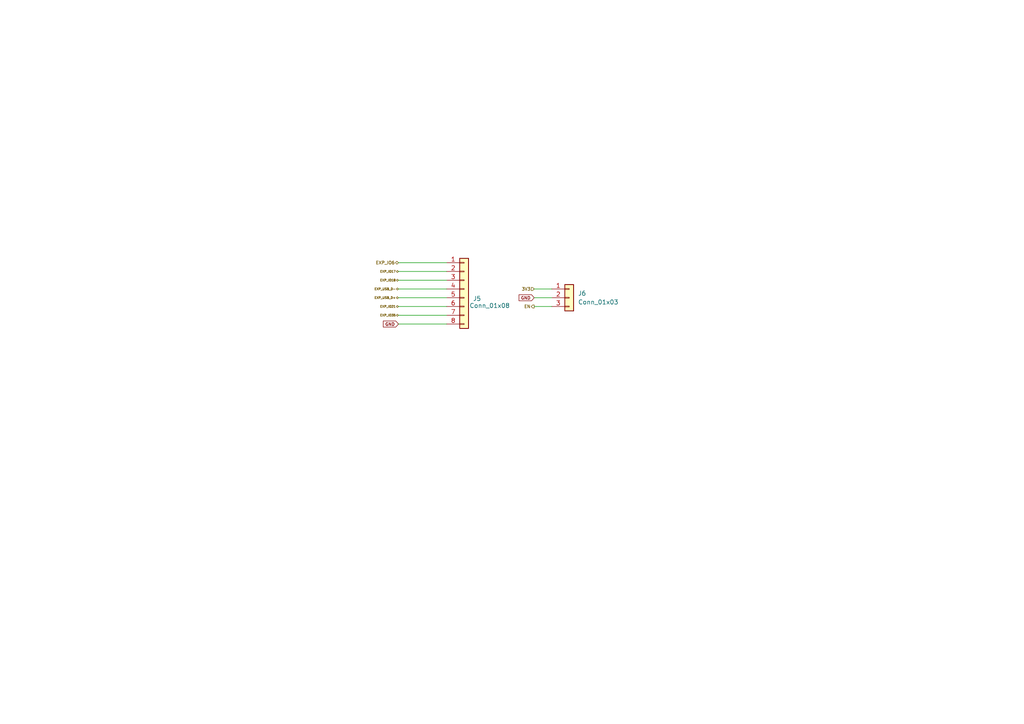
<source format=kicad_sch>
(kicad_sch
	(version 20250114)
	(generator "eeschema")
	(generator_version "9.0")
	(uuid "f61a3200-c54a-4e92-909d-9e48334055fc")
	(paper "A4")
	(lib_symbols
		(symbol "Connector_Generic:Conn_01x03"
			(pin_names
				(offset 1.016)
				(hide yes)
			)
			(exclude_from_sim no)
			(in_bom yes)
			(on_board yes)
			(property "Reference" "J"
				(at 0 5.08 0)
				(effects
					(font
						(size 1.27 1.27)
					)
				)
			)
			(property "Value" "Conn_01x03"
				(at 0 -5.08 0)
				(effects
					(font
						(size 1.27 1.27)
					)
				)
			)
			(property "Footprint" ""
				(at 0 0 0)
				(effects
					(font
						(size 1.27 1.27)
					)
					(hide yes)
				)
			)
			(property "Datasheet" "~"
				(at 0 0 0)
				(effects
					(font
						(size 1.27 1.27)
					)
					(hide yes)
				)
			)
			(property "Description" "Generic connector, single row, 01x03, script generated (kicad-library-utils/schlib/autogen/connector/)"
				(at 0 0 0)
				(effects
					(font
						(size 1.27 1.27)
					)
					(hide yes)
				)
			)
			(property "ki_keywords" "connector"
				(at 0 0 0)
				(effects
					(font
						(size 1.27 1.27)
					)
					(hide yes)
				)
			)
			(property "ki_fp_filters" "Connector*:*_1x??_*"
				(at 0 0 0)
				(effects
					(font
						(size 1.27 1.27)
					)
					(hide yes)
				)
			)
			(symbol "Conn_01x03_1_1"
				(rectangle
					(start -1.27 3.81)
					(end 1.27 -3.81)
					(stroke
						(width 0.254)
						(type default)
					)
					(fill
						(type background)
					)
				)
				(rectangle
					(start -1.27 2.667)
					(end 0 2.413)
					(stroke
						(width 0.1524)
						(type default)
					)
					(fill
						(type none)
					)
				)
				(rectangle
					(start -1.27 0.127)
					(end 0 -0.127)
					(stroke
						(width 0.1524)
						(type default)
					)
					(fill
						(type none)
					)
				)
				(rectangle
					(start -1.27 -2.413)
					(end 0 -2.667)
					(stroke
						(width 0.1524)
						(type default)
					)
					(fill
						(type none)
					)
				)
				(pin passive line
					(at -5.08 2.54 0)
					(length 3.81)
					(name "Pin_1"
						(effects
							(font
								(size 1.27 1.27)
							)
						)
					)
					(number "1"
						(effects
							(font
								(size 1.27 1.27)
							)
						)
					)
				)
				(pin passive line
					(at -5.08 0 0)
					(length 3.81)
					(name "Pin_2"
						(effects
							(font
								(size 1.27 1.27)
							)
						)
					)
					(number "2"
						(effects
							(font
								(size 1.27 1.27)
							)
						)
					)
				)
				(pin passive line
					(at -5.08 -2.54 0)
					(length 3.81)
					(name "Pin_3"
						(effects
							(font
								(size 1.27 1.27)
							)
						)
					)
					(number "3"
						(effects
							(font
								(size 1.27 1.27)
							)
						)
					)
				)
			)
			(embedded_fonts no)
		)
		(symbol "Connector_Generic:Conn_01x08"
			(pin_names
				(offset 1.016)
				(hide yes)
			)
			(exclude_from_sim no)
			(in_bom yes)
			(on_board yes)
			(property "Reference" "J"
				(at 0 10.16 0)
				(effects
					(font
						(size 1.27 1.27)
					)
				)
			)
			(property "Value" "Conn_01x08"
				(at 0 -12.7 0)
				(effects
					(font
						(size 1.27 1.27)
					)
				)
			)
			(property "Footprint" ""
				(at 0 0 0)
				(effects
					(font
						(size 1.27 1.27)
					)
					(hide yes)
				)
			)
			(property "Datasheet" "~"
				(at 0 0 0)
				(effects
					(font
						(size 1.27 1.27)
					)
					(hide yes)
				)
			)
			(property "Description" "Generic connector, single row, 01x08, script generated (kicad-library-utils/schlib/autogen/connector/)"
				(at 0 0 0)
				(effects
					(font
						(size 1.27 1.27)
					)
					(hide yes)
				)
			)
			(property "ki_keywords" "connector"
				(at 0 0 0)
				(effects
					(font
						(size 1.27 1.27)
					)
					(hide yes)
				)
			)
			(property "ki_fp_filters" "Connector*:*_1x??_*"
				(at 0 0 0)
				(effects
					(font
						(size 1.27 1.27)
					)
					(hide yes)
				)
			)
			(symbol "Conn_01x08_1_1"
				(rectangle
					(start -1.27 8.89)
					(end 1.27 -11.43)
					(stroke
						(width 0.254)
						(type default)
					)
					(fill
						(type background)
					)
				)
				(rectangle
					(start -1.27 7.747)
					(end 0 7.493)
					(stroke
						(width 0.1524)
						(type default)
					)
					(fill
						(type none)
					)
				)
				(rectangle
					(start -1.27 5.207)
					(end 0 4.953)
					(stroke
						(width 0.1524)
						(type default)
					)
					(fill
						(type none)
					)
				)
				(rectangle
					(start -1.27 2.667)
					(end 0 2.413)
					(stroke
						(width 0.1524)
						(type default)
					)
					(fill
						(type none)
					)
				)
				(rectangle
					(start -1.27 0.127)
					(end 0 -0.127)
					(stroke
						(width 0.1524)
						(type default)
					)
					(fill
						(type none)
					)
				)
				(rectangle
					(start -1.27 -2.413)
					(end 0 -2.667)
					(stroke
						(width 0.1524)
						(type default)
					)
					(fill
						(type none)
					)
				)
				(rectangle
					(start -1.27 -4.953)
					(end 0 -5.207)
					(stroke
						(width 0.1524)
						(type default)
					)
					(fill
						(type none)
					)
				)
				(rectangle
					(start -1.27 -7.493)
					(end 0 -7.747)
					(stroke
						(width 0.1524)
						(type default)
					)
					(fill
						(type none)
					)
				)
				(rectangle
					(start -1.27 -10.033)
					(end 0 -10.287)
					(stroke
						(width 0.1524)
						(type default)
					)
					(fill
						(type none)
					)
				)
				(pin passive line
					(at -5.08 7.62 0)
					(length 3.81)
					(name "Pin_1"
						(effects
							(font
								(size 1.27 1.27)
							)
						)
					)
					(number "1"
						(effects
							(font
								(size 1.27 1.27)
							)
						)
					)
				)
				(pin passive line
					(at -5.08 5.08 0)
					(length 3.81)
					(name "Pin_2"
						(effects
							(font
								(size 1.27 1.27)
							)
						)
					)
					(number "2"
						(effects
							(font
								(size 1.27 1.27)
							)
						)
					)
				)
				(pin passive line
					(at -5.08 2.54 0)
					(length 3.81)
					(name "Pin_3"
						(effects
							(font
								(size 1.27 1.27)
							)
						)
					)
					(number "3"
						(effects
							(font
								(size 1.27 1.27)
							)
						)
					)
				)
				(pin passive line
					(at -5.08 0 0)
					(length 3.81)
					(name "Pin_4"
						(effects
							(font
								(size 1.27 1.27)
							)
						)
					)
					(number "4"
						(effects
							(font
								(size 1.27 1.27)
							)
						)
					)
				)
				(pin passive line
					(at -5.08 -2.54 0)
					(length 3.81)
					(name "Pin_5"
						(effects
							(font
								(size 1.27 1.27)
							)
						)
					)
					(number "5"
						(effects
							(font
								(size 1.27 1.27)
							)
						)
					)
				)
				(pin passive line
					(at -5.08 -5.08 0)
					(length 3.81)
					(name "Pin_6"
						(effects
							(font
								(size 1.27 1.27)
							)
						)
					)
					(number "6"
						(effects
							(font
								(size 1.27 1.27)
							)
						)
					)
				)
				(pin passive line
					(at -5.08 -7.62 0)
					(length 3.81)
					(name "Pin_7"
						(effects
							(font
								(size 1.27 1.27)
							)
						)
					)
					(number "7"
						(effects
							(font
								(size 1.27 1.27)
							)
						)
					)
				)
				(pin passive line
					(at -5.08 -10.16 0)
					(length 3.81)
					(name "Pin_8"
						(effects
							(font
								(size 1.27 1.27)
							)
						)
					)
					(number "8"
						(effects
							(font
								(size 1.27 1.27)
							)
						)
					)
				)
			)
			(embedded_fonts no)
		)
	)
	(wire
		(pts
			(xy 115.57 91.44) (xy 129.54 91.44)
		)
		(stroke
			(width 0)
			(type default)
		)
		(uuid "0b08ca50-e6d3-466a-b7f8-98a84a82eaef")
	)
	(wire
		(pts
			(xy 115.57 78.74) (xy 129.54 78.74)
		)
		(stroke
			(width 0)
			(type default)
		)
		(uuid "174ad781-7337-4e51-af0b-a3bcddc27b7f")
	)
	(wire
		(pts
			(xy 154.94 86.36) (xy 160.02 86.36)
		)
		(stroke
			(width 0)
			(type default)
		)
		(uuid "1a6d1b47-b1c7-410e-a36a-af071183c1e7")
	)
	(wire
		(pts
			(xy 115.57 93.98) (xy 129.54 93.98)
		)
		(stroke
			(width 0)
			(type default)
		)
		(uuid "49f49df1-b554-4354-a547-8407ae743486")
	)
	(wire
		(pts
			(xy 154.94 83.82) (xy 160.02 83.82)
		)
		(stroke
			(width 0)
			(type default)
		)
		(uuid "cc69fc7b-61fb-4d7a-89ef-47d0e8d0f4ac")
	)
	(wire
		(pts
			(xy 115.57 83.82) (xy 129.54 83.82)
		)
		(stroke
			(width 0)
			(type default)
		)
		(uuid "ccccd4a8-d8dd-4331-af50-c5f127c4599a")
	)
	(wire
		(pts
			(xy 115.57 88.9) (xy 129.54 88.9)
		)
		(stroke
			(width 0)
			(type default)
		)
		(uuid "d8a9786a-d619-4e77-8ff5-4017889edcfa")
	)
	(wire
		(pts
			(xy 115.57 81.28) (xy 129.54 81.28)
		)
		(stroke
			(width 0)
			(type default)
		)
		(uuid "e033eabe-75e1-4490-91fe-bc67ede4397e")
	)
	(wire
		(pts
			(xy 115.57 86.36) (xy 129.54 86.36)
		)
		(stroke
			(width 0)
			(type default)
		)
		(uuid "f7c94cad-8446-4495-97f9-92ba31dd68d1")
	)
	(wire
		(pts
			(xy 115.57 76.2) (xy 129.54 76.2)
		)
		(stroke
			(width 0)
			(type default)
		)
		(uuid "fb22d569-af93-457c-a84b-204db84658e3")
	)
	(wire
		(pts
			(xy 154.94 88.9) (xy 160.02 88.9)
		)
		(stroke
			(width 0)
			(type default)
		)
		(uuid "fd392623-d74a-4a22-91e0-1617dda11bdf")
	)
	(global_label "GND"
		(shape input)
		(at 115.57 93.98 180)
		(fields_autoplaced yes)
		(effects
			(font
				(size 0.889 0.889)
			)
			(justify right)
		)
		(uuid "71dcd34e-702c-4905-9ea5-dcc9c7238890")
		(property "Intersheetrefs" "${INTERSHEET_REFS}"
			(at 110.7712 93.98 0)
			(effects
				(font
					(size 1.27 1.27)
				)
				(justify right)
				(hide yes)
			)
		)
	)
	(global_label "GND"
		(shape input)
		(at 154.94 86.36 180)
		(fields_autoplaced yes)
		(effects
			(font
				(size 0.889 0.889)
			)
			(justify right)
		)
		(uuid "a922ef3a-e1de-4d0e-b651-a5dd3ef4f774")
		(property "Intersheetrefs" "${INTERSHEET_REFS}"
			(at 150.1412 86.36 0)
			(effects
				(font
					(size 1.27 1.27)
				)
				(justify right)
				(hide yes)
			)
		)
	)
	(hierarchical_label "3V3"
		(shape input)
		(at 154.94 83.82 180)
		(effects
			(font
				(size 0.889 0.889)
			)
			(justify right)
		)
		(uuid "0f9d0a1d-06e4-4be7-b118-5bd32664f893")
	)
	(hierarchical_label "EN"
		(shape output)
		(at 154.94 88.9 180)
		(effects
			(font
				(size 0.889 0.889)
			)
			(justify right)
		)
		(uuid "1f9488e0-546c-43a7-91ce-cb0e5b270621")
	)
	(hierarchical_label "EXP_USB_D-"
		(shape bidirectional)
		(at 115.57 83.82 180)
		(effects
			(font
				(size 0.635 0.635)
			)
			(justify right)
		)
		(uuid "5b81db71-b1aa-424f-8ac0-daa5e2c28284")
	)
	(hierarchical_label "EXP_IO21"
		(shape bidirectional)
		(at 115.57 88.9 180)
		(effects
			(font
				(size 0.635 0.635)
			)
			(justify right)
		)
		(uuid "7d720eec-2327-4dc7-af82-70e52892d235")
	)
	(hierarchical_label "EXP_IO6"
		(shape bidirectional)
		(at 115.57 76.2 180)
		(effects
			(font
				(size 0.889 0.889)
			)
			(justify right)
		)
		(uuid "8fb392a9-6e27-43ef-b013-2b7383a04fc5")
	)
	(hierarchical_label "EXP_IO17"
		(shape bidirectional)
		(at 115.57 78.74 180)
		(effects
			(font
				(size 0.635 0.635)
			)
			(justify right)
		)
		(uuid "949494c4-1b5a-4d9d-9bb5-7a19b328c81b")
	)
	(hierarchical_label "EXP_IO35"
		(shape bidirectional)
		(at 115.57 91.44 180)
		(effects
			(font
				(size 0.635 0.635)
			)
			(justify right)
		)
		(uuid "c17dbed9-cbf2-4d78-96ab-5941094821e4")
	)
	(hierarchical_label "EXP_IO18"
		(shape bidirectional)
		(at 115.57 81.28 180)
		(effects
			(font
				(size 0.635 0.635)
			)
			(justify right)
		)
		(uuid "ceca84e9-56a3-4896-8ce6-deab194b6530")
	)
	(hierarchical_label "EXP_USB_D+"
		(shape bidirectional)
		(at 115.57 86.36 180)
		(effects
			(font
				(size 0.635 0.635)
			)
			(justify right)
		)
		(uuid "d562d6ff-3cb9-4d11-b33d-55153c97fcd8")
	)
	(symbol
		(lib_id "Connector_Generic:Conn_01x08")
		(at 134.62 83.82 0)
		(unit 1)
		(exclude_from_sim no)
		(in_bom yes)
		(on_board yes)
		(dnp no)
		(uuid "6c6abc16-3f3d-4c2d-b322-59ca94a3948e")
		(property "Reference" "J5"
			(at 137.16 86.614 0)
			(effects
				(font
					(size 1.27 1.27)
				)
				(justify left)
			)
		)
		(property "Value" "Conn_01x08"
			(at 136.144 88.646 0)
			(effects
				(font
					(size 1.27 1.27)
				)
				(justify left)
			)
		)
		(property "Footprint" "Connector_PinSocket_2.54mm:PinSocket_1x08_P2.54mm_Vertical"
			(at 134.62 83.82 0)
			(effects
				(font
					(size 1.27 1.27)
				)
				(hide yes)
			)
		)
		(property "Datasheet" "~"
			(at 134.62 83.82 0)
			(effects
				(font
					(size 1.27 1.27)
				)
				(hide yes)
			)
		)
		(property "Description" "Generic connector, single row, 01x08, script generated (kicad-library-utils/schlib/autogen/connector/)"
			(at 134.62 83.82 0)
			(effects
				(font
					(size 1.27 1.27)
				)
				(hide yes)
			)
		)
		(pin "2"
			(uuid "5583cb07-4eb2-4c89-a132-383dbd8ccd61")
		)
		(pin "1"
			(uuid "bb720642-b255-44f9-a084-c9167d99688e")
		)
		(pin "3"
			(uuid "8bcbb2ce-7995-499e-a97b-f95cc7a6a948")
		)
		(pin "5"
			(uuid "47f80064-f84c-4cb1-ad6b-0f8d5cb106f6")
		)
		(pin "7"
			(uuid "9755218d-8ff1-4de1-9d0d-b6a7ab7296bb")
		)
		(pin "4"
			(uuid "9e7774d6-9a90-4714-b865-71332f074e83")
		)
		(pin "6"
			(uuid "1d5a1e71-eeef-4de6-9c26-0c10e824f11e")
		)
		(pin "8"
			(uuid "47bc34a3-27ef-49a6-bfd3-b33d1deb88ea")
		)
		(instances
			(project ""
				(path "/585dc905-ec5f-492d-84ec-1a3c89419c03/38ef39b9-f9ca-49dc-a0af-b552606baa6b"
					(reference "J5")
					(unit 1)
				)
			)
		)
	)
	(symbol
		(lib_id "Connector_Generic:Conn_01x03")
		(at 165.1 86.36 0)
		(unit 1)
		(exclude_from_sim no)
		(in_bom yes)
		(on_board yes)
		(dnp no)
		(fields_autoplaced yes)
		(uuid "cef47d6f-0677-47b5-9b2d-af99522cec1f")
		(property "Reference" "J6"
			(at 167.64 85.0899 0)
			(effects
				(font
					(size 1.27 1.27)
				)
				(justify left)
			)
		)
		(property "Value" "Conn_01x03"
			(at 167.64 87.6299 0)
			(effects
				(font
					(size 1.27 1.27)
				)
				(justify left)
			)
		)
		(property "Footprint" "Connector_PinSocket_2.54mm:PinSocket_1x03_P2.54mm_Vertical"
			(at 165.1 86.36 0)
			(effects
				(font
					(size 1.27 1.27)
				)
				(hide yes)
			)
		)
		(property "Datasheet" "~"
			(at 165.1 86.36 0)
			(effects
				(font
					(size 1.27 1.27)
				)
				(hide yes)
			)
		)
		(property "Description" "Generic connector, single row, 01x03, script generated (kicad-library-utils/schlib/autogen/connector/)"
			(at 165.1 86.36 0)
			(effects
				(font
					(size 1.27 1.27)
				)
				(hide yes)
			)
		)
		(pin "3"
			(uuid "5f1435be-dae7-4b69-b4f5-2ef8784f22d6")
		)
		(pin "2"
			(uuid "88b7f5c2-511a-407e-91d0-c8e71bc5b2c6")
		)
		(pin "1"
			(uuid "36c434a2-1c22-4811-8bab-a83ea9035fff")
		)
		(instances
			(project ""
				(path "/585dc905-ec5f-492d-84ec-1a3c89419c03/38ef39b9-f9ca-49dc-a0af-b552606baa6b"
					(reference "J6")
					(unit 1)
				)
			)
		)
	)
)

</source>
